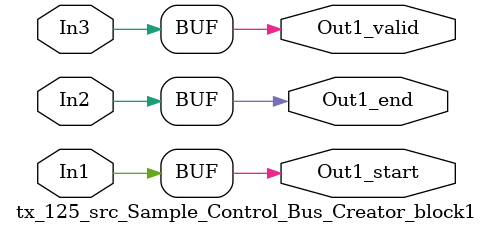
<source format=v>



`timescale 1 ns / 1 ns

module tx_125_src_Sample_Control_Bus_Creator_block1
          (In1,
           In2,
           In3,
           Out1_start,
           Out1_end,
           Out1_valid);


  input   In1;
  input   In2;
  input   In3;
  output  Out1_start;
  output  Out1_end;
  output  Out1_valid;




  assign Out1_start = In1;

  assign Out1_end = In2;

  assign Out1_valid = In3;

endmodule  // tx_125_src_Sample_Control_Bus_Creator_block1


</source>
